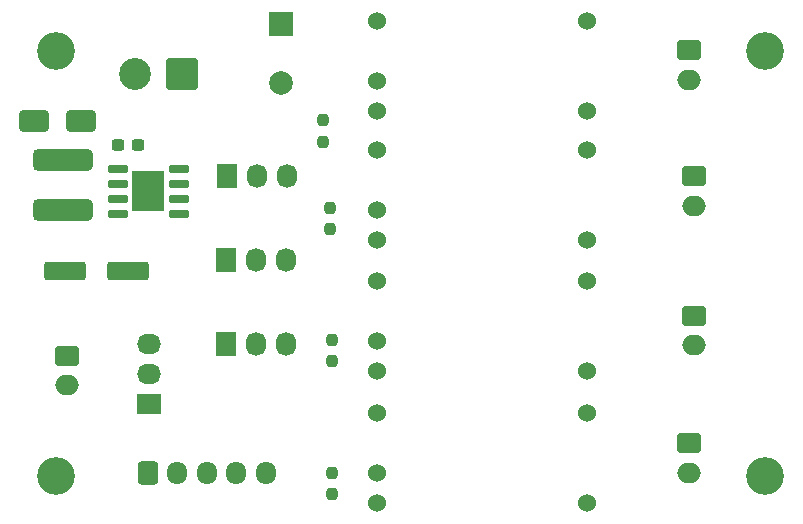
<source format=gbr>
%TF.GenerationSoftware,KiCad,Pcbnew,8.0.4*%
%TF.CreationDate,2024-12-13T14:18:57+03:00*%
%TF.ProjectId,Fara_controller,46617261-5f63-46f6-9e74-726f6c6c6572,rev?*%
%TF.SameCoordinates,Original*%
%TF.FileFunction,Soldermask,Top*%
%TF.FilePolarity,Negative*%
%FSLAX46Y46*%
G04 Gerber Fmt 4.6, Leading zero omitted, Abs format (unit mm)*
G04 Created by KiCad (PCBNEW 8.0.4) date 2024-12-13 14:18:57*
%MOMM*%
%LPD*%
G01*
G04 APERTURE LIST*
G04 Aperture macros list*
%AMRoundRect*
0 Rectangle with rounded corners*
0 $1 Rounding radius*
0 $2 $3 $4 $5 $6 $7 $8 $9 X,Y pos of 4 corners*
0 Add a 4 corners polygon primitive as box body*
4,1,4,$2,$3,$4,$5,$6,$7,$8,$9,$2,$3,0*
0 Add four circle primitives for the rounded corners*
1,1,$1+$1,$2,$3*
1,1,$1+$1,$4,$5*
1,1,$1+$1,$6,$7*
1,1,$1+$1,$8,$9*
0 Add four rect primitives between the rounded corners*
20,1,$1+$1,$2,$3,$4,$5,0*
20,1,$1+$1,$4,$5,$6,$7,0*
20,1,$1+$1,$6,$7,$8,$9,0*
20,1,$1+$1,$8,$9,$2,$3,0*%
G04 Aperture macros list end*
%ADD10C,1.524000*%
%ADD11R,1.730000X2.030000*%
%ADD12O,1.730000X2.030000*%
%ADD13RoundRect,0.237500X-0.237500X0.250000X-0.237500X-0.250000X0.237500X-0.250000X0.237500X0.250000X0*%
%ADD14C,3.200000*%
%ADD15RoundRect,0.475000X-2.075000X0.475000X-2.075000X-0.475000X2.075000X-0.475000X2.075000X0.475000X0*%
%ADD16O,1.700000X1.950000*%
%ADD17RoundRect,0.250000X-0.600000X-0.725000X0.600000X-0.725000X0.600000X0.725000X-0.600000X0.725000X0*%
%ADD18RoundRect,0.150000X-0.737500X-0.150000X0.737500X-0.150000X0.737500X0.150000X-0.737500X0.150000X0*%
%ADD19R,2.710000X3.400000*%
%ADD20RoundRect,0.250000X-0.750000X0.600000X-0.750000X-0.600000X0.750000X-0.600000X0.750000X0.600000X0*%
%ADD21O,2.000000X1.700000*%
%ADD22RoundRect,0.250001X1.099999X1.099999X-1.099999X1.099999X-1.099999X-1.099999X1.099999X-1.099999X0*%
%ADD23C,2.700000*%
%ADD24RoundRect,0.250000X1.000000X0.650000X-1.000000X0.650000X-1.000000X-0.650000X1.000000X-0.650000X0*%
%ADD25R,2.000000X2.000000*%
%ADD26C,2.000000*%
%ADD27RoundRect,0.250000X-1.500000X-0.550000X1.500000X-0.550000X1.500000X0.550000X-1.500000X0.550000X0*%
%ADD28RoundRect,0.237500X-0.300000X-0.237500X0.300000X-0.237500X0.300000X0.237500X-0.300000X0.237500X0*%
%ADD29R,2.030000X1.730000*%
%ADD30O,2.030000X1.730000*%
G04 APERTURE END LIST*
D10*
%TO.C,U5*%
X71110000Y-51640000D03*
X71110000Y-56720000D03*
X71110000Y-59260000D03*
X88890000Y-59260000D03*
X88890000Y-51640000D03*
%TD*%
D11*
%TO.C,X6*%
X58400000Y-45800000D03*
D12*
X60940000Y-45800000D03*
X63480000Y-45800000D03*
%TD*%
D13*
%TO.C,R3*%
X67350000Y-45487500D03*
X67350000Y-47312500D03*
%TD*%
%TO.C,R2*%
X67200000Y-34287500D03*
X67200000Y-36112500D03*
%TD*%
D14*
%TO.C,REF\u002A\u002A*%
X104000000Y-57000000D03*
%TD*%
D11*
%TO.C,X4*%
X58450000Y-31650000D03*
D12*
X60990000Y-31650000D03*
X63530000Y-31650000D03*
%TD*%
D10*
%TO.C,U4*%
X71160000Y-40510000D03*
X71160000Y-45590000D03*
X71160000Y-48130000D03*
X88940000Y-48130000D03*
X88940000Y-40510000D03*
%TD*%
%TO.C,U3*%
X71110000Y-29440000D03*
X71110000Y-34520000D03*
X71110000Y-37060000D03*
X88890000Y-37060000D03*
X88890000Y-29440000D03*
%TD*%
D14*
%TO.C,REF\u002A\u002A*%
X44000000Y-57000000D03*
%TD*%
D15*
%TO.C,L1*%
X44600000Y-30300000D03*
X44600000Y-34500000D03*
%TD*%
D16*
%TO.C,X7*%
X61750000Y-56725000D03*
X59250000Y-56725000D03*
X56750000Y-56725000D03*
X54250000Y-56725000D03*
D17*
X51750000Y-56725000D03*
%TD*%
D13*
%TO.C,R4*%
X67300000Y-56737500D03*
X67300000Y-58562500D03*
%TD*%
D18*
%TO.C,U1*%
X54362500Y-30995000D03*
X54362500Y-32265000D03*
X54362500Y-33535000D03*
X54362500Y-34805000D03*
X49237500Y-34805000D03*
X49237500Y-33535000D03*
X49237500Y-32265000D03*
X49237500Y-30995000D03*
D19*
X51800000Y-32900000D03*
%TD*%
D20*
%TO.C,X8*%
X97575000Y-20950000D03*
D21*
X97575000Y-23450000D03*
%TD*%
D22*
%TO.C,X1*%
X54650000Y-23000000D03*
D23*
X50690000Y-23000000D03*
%TD*%
D20*
%TO.C,X9*%
X97965000Y-31635000D03*
D21*
X97965000Y-34135000D03*
%TD*%
D24*
%TO.C,VD1*%
X46100000Y-27000000D03*
X42100000Y-27000000D03*
%TD*%
D14*
%TO.C,REF\u002A\u002A*%
X104000000Y-21000000D03*
%TD*%
D13*
%TO.C,R1*%
X66600000Y-26887500D03*
X66600000Y-28712500D03*
%TD*%
D25*
%TO.C,C1*%
X63050000Y-18782323D03*
D26*
X63050000Y-23782323D03*
%TD*%
D27*
%TO.C,C3*%
X44700000Y-39700000D03*
X50100000Y-39700000D03*
%TD*%
D20*
%TO.C,X10*%
X97965000Y-43435000D03*
D21*
X97965000Y-45935000D03*
%TD*%
D10*
%TO.C,U2*%
X71160000Y-18510000D03*
X71160000Y-23590000D03*
X71160000Y-26130000D03*
X88940000Y-26130000D03*
X88940000Y-18510000D03*
%TD*%
D14*
%TO.C,REF\u002A\u002A*%
X44000000Y-21000000D03*
%TD*%
D28*
%TO.C,C2*%
X49187500Y-29000000D03*
X50912500Y-29000000D03*
%TD*%
D20*
%TO.C,X11*%
X97525000Y-54250000D03*
D21*
X97525000Y-56750000D03*
%TD*%
D20*
%TO.C,X2*%
X44900000Y-46850000D03*
D21*
X44900000Y-49350000D03*
%TD*%
D11*
%TO.C,X5*%
X58400000Y-38750000D03*
D12*
X60940000Y-38750000D03*
X63480000Y-38750000D03*
%TD*%
D29*
%TO.C,X3*%
X51850000Y-50900000D03*
D30*
X51850000Y-48360000D03*
X51850000Y-45820000D03*
%TD*%
M02*

</source>
